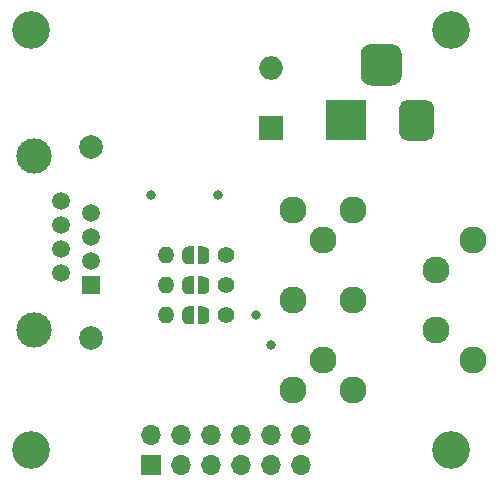
<source format=gbs>
G04 #@! TF.GenerationSoftware,KiCad,Pcbnew,(5.1.8)-1*
G04 #@! TF.CreationDate,2022-12-13T18:59:25+09:00*
G04 #@! TF.ProjectId,DIN8RJ45,44494e38-524a-4343-952e-6b696361645f,rev?*
G04 #@! TF.SameCoordinates,PX9157080PY791ddc0*
G04 #@! TF.FileFunction,Soldermask,Bot*
G04 #@! TF.FilePolarity,Negative*
%FSLAX46Y46*%
G04 Gerber Fmt 4.6, Leading zero omitted, Abs format (unit mm)*
G04 Created by KiCad (PCBNEW (5.1.8)-1) date 2022-12-13 18:59:25*
%MOMM*%
%LPD*%
G01*
G04 APERTURE LIST*
%ADD10C,2.000000*%
%ADD11C,1.500000*%
%ADD12R,1.500000X1.500000*%
%ADD13C,3.000000*%
%ADD14C,2.283000*%
%ADD15C,0.100000*%
%ADD16O,1.400000X1.400000*%
%ADD17C,1.400000*%
%ADD18O,2.000000X2.000000*%
%ADD19R,2.000000X2.000000*%
%ADD20O,1.700000X1.700000*%
%ADD21R,1.700000X1.700000*%
%ADD22C,3.200000*%
%ADD23R,3.500000X3.500000*%
%ADD24C,0.800000*%
G04 APERTURE END LIST*
D10*
X10160000Y30734000D03*
X10160000Y14605000D03*
D11*
X7620000Y26162000D03*
X7620000Y20066000D03*
X10160000Y21082000D03*
X7620000Y22098000D03*
X10160000Y23114000D03*
X7620000Y24130000D03*
X10160000Y25146000D03*
D12*
X10160000Y19050000D03*
D13*
X5334000Y29972000D03*
X5334000Y15240000D03*
D14*
X39370000Y20320000D03*
X39370000Y15240000D03*
X42545000Y22860000D03*
X42545000Y12700000D03*
X27305000Y17780000D03*
X27305000Y10160000D03*
X27305000Y25400000D03*
X29845000Y12700000D03*
X29845000Y22860000D03*
X32385000Y10160000D03*
X32385000Y25400000D03*
X32385000Y17780000D03*
D15*
G36*
X19700000Y19799398D02*
G01*
X19724534Y19799398D01*
X19773365Y19794588D01*
X19821490Y19785016D01*
X19868445Y19770772D01*
X19913778Y19751995D01*
X19957051Y19728864D01*
X19997850Y19701604D01*
X20035779Y19670476D01*
X20070476Y19635779D01*
X20101604Y19597850D01*
X20128864Y19557051D01*
X20151995Y19513778D01*
X20170772Y19468445D01*
X20185016Y19421490D01*
X20194588Y19373365D01*
X20199398Y19324534D01*
X20199398Y19300000D01*
X20200000Y19300000D01*
X20200000Y18800000D01*
X20199398Y18800000D01*
X20199398Y18775466D01*
X20194588Y18726635D01*
X20185016Y18678510D01*
X20170772Y18631555D01*
X20151995Y18586222D01*
X20128864Y18542949D01*
X20101604Y18502150D01*
X20070476Y18464221D01*
X20035779Y18429524D01*
X19997850Y18398396D01*
X19957051Y18371136D01*
X19913778Y18348005D01*
X19868445Y18329228D01*
X19821490Y18314984D01*
X19773365Y18305412D01*
X19724534Y18300602D01*
X19700000Y18300602D01*
X19700000Y18300000D01*
X19200000Y18300000D01*
X19200000Y19800000D01*
X19700000Y19800000D01*
X19700000Y19799398D01*
G37*
G36*
X18900000Y18300000D02*
G01*
X18400000Y18300000D01*
X18400000Y18300602D01*
X18375466Y18300602D01*
X18326635Y18305412D01*
X18278510Y18314984D01*
X18231555Y18329228D01*
X18186222Y18348005D01*
X18142949Y18371136D01*
X18102150Y18398396D01*
X18064221Y18429524D01*
X18029524Y18464221D01*
X17998396Y18502150D01*
X17971136Y18542949D01*
X17948005Y18586222D01*
X17929228Y18631555D01*
X17914984Y18678510D01*
X17905412Y18726635D01*
X17900602Y18775466D01*
X17900602Y18800000D01*
X17900000Y18800000D01*
X17900000Y19300000D01*
X17900602Y19300000D01*
X17900602Y19324534D01*
X17905412Y19373365D01*
X17914984Y19421490D01*
X17929228Y19468445D01*
X17948005Y19513778D01*
X17971136Y19557051D01*
X17998396Y19597850D01*
X18029524Y19635779D01*
X18064221Y19670476D01*
X18102150Y19701604D01*
X18142949Y19728864D01*
X18186222Y19751995D01*
X18231555Y19770772D01*
X18278510Y19785016D01*
X18326635Y19794588D01*
X18375466Y19799398D01*
X18400000Y19799398D01*
X18400000Y19800000D01*
X18900000Y19800000D01*
X18900000Y18300000D01*
G37*
G36*
X19700000Y17259398D02*
G01*
X19724534Y17259398D01*
X19773365Y17254588D01*
X19821490Y17245016D01*
X19868445Y17230772D01*
X19913778Y17211995D01*
X19957051Y17188864D01*
X19997850Y17161604D01*
X20035779Y17130476D01*
X20070476Y17095779D01*
X20101604Y17057850D01*
X20128864Y17017051D01*
X20151995Y16973778D01*
X20170772Y16928445D01*
X20185016Y16881490D01*
X20194588Y16833365D01*
X20199398Y16784534D01*
X20199398Y16760000D01*
X20200000Y16760000D01*
X20200000Y16260000D01*
X20199398Y16260000D01*
X20199398Y16235466D01*
X20194588Y16186635D01*
X20185016Y16138510D01*
X20170772Y16091555D01*
X20151995Y16046222D01*
X20128864Y16002949D01*
X20101604Y15962150D01*
X20070476Y15924221D01*
X20035779Y15889524D01*
X19997850Y15858396D01*
X19957051Y15831136D01*
X19913778Y15808005D01*
X19868445Y15789228D01*
X19821490Y15774984D01*
X19773365Y15765412D01*
X19724534Y15760602D01*
X19700000Y15760602D01*
X19700000Y15760000D01*
X19200000Y15760000D01*
X19200000Y17260000D01*
X19700000Y17260000D01*
X19700000Y17259398D01*
G37*
G36*
X18900000Y15760000D02*
G01*
X18400000Y15760000D01*
X18400000Y15760602D01*
X18375466Y15760602D01*
X18326635Y15765412D01*
X18278510Y15774984D01*
X18231555Y15789228D01*
X18186222Y15808005D01*
X18142949Y15831136D01*
X18102150Y15858396D01*
X18064221Y15889524D01*
X18029524Y15924221D01*
X17998396Y15962150D01*
X17971136Y16002949D01*
X17948005Y16046222D01*
X17929228Y16091555D01*
X17914984Y16138510D01*
X17905412Y16186635D01*
X17900602Y16235466D01*
X17900602Y16260000D01*
X17900000Y16260000D01*
X17900000Y16760000D01*
X17900602Y16760000D01*
X17900602Y16784534D01*
X17905412Y16833365D01*
X17914984Y16881490D01*
X17929228Y16928445D01*
X17948005Y16973778D01*
X17971136Y17017051D01*
X17998396Y17057850D01*
X18029524Y17095779D01*
X18064221Y17130476D01*
X18102150Y17161604D01*
X18142949Y17188864D01*
X18186222Y17211995D01*
X18231555Y17230772D01*
X18278510Y17245016D01*
X18326635Y17254588D01*
X18375466Y17259398D01*
X18400000Y17259398D01*
X18400000Y17260000D01*
X18900000Y17260000D01*
X18900000Y15760000D01*
G37*
D16*
X16510000Y21590000D03*
D17*
X21590000Y21590000D03*
D16*
X16510000Y19050000D03*
D17*
X21590000Y19050000D03*
D16*
X16510000Y16510000D03*
D17*
X21590000Y16510000D03*
D15*
G36*
X19700000Y22339398D02*
G01*
X19724534Y22339398D01*
X19773365Y22334588D01*
X19821490Y22325016D01*
X19868445Y22310772D01*
X19913778Y22291995D01*
X19957051Y22268864D01*
X19997850Y22241604D01*
X20035779Y22210476D01*
X20070476Y22175779D01*
X20101604Y22137850D01*
X20128864Y22097051D01*
X20151995Y22053778D01*
X20170772Y22008445D01*
X20185016Y21961490D01*
X20194588Y21913365D01*
X20199398Y21864534D01*
X20199398Y21840000D01*
X20200000Y21840000D01*
X20200000Y21340000D01*
X20199398Y21340000D01*
X20199398Y21315466D01*
X20194588Y21266635D01*
X20185016Y21218510D01*
X20170772Y21171555D01*
X20151995Y21126222D01*
X20128864Y21082949D01*
X20101604Y21042150D01*
X20070476Y21004221D01*
X20035779Y20969524D01*
X19997850Y20938396D01*
X19957051Y20911136D01*
X19913778Y20888005D01*
X19868445Y20869228D01*
X19821490Y20854984D01*
X19773365Y20845412D01*
X19724534Y20840602D01*
X19700000Y20840602D01*
X19700000Y20840000D01*
X19200000Y20840000D01*
X19200000Y22340000D01*
X19700000Y22340000D01*
X19700000Y22339398D01*
G37*
G36*
X18900000Y20840000D02*
G01*
X18400000Y20840000D01*
X18400000Y20840602D01*
X18375466Y20840602D01*
X18326635Y20845412D01*
X18278510Y20854984D01*
X18231555Y20869228D01*
X18186222Y20888005D01*
X18142949Y20911136D01*
X18102150Y20938396D01*
X18064221Y20969524D01*
X18029524Y21004221D01*
X17998396Y21042150D01*
X17971136Y21082949D01*
X17948005Y21126222D01*
X17929228Y21171555D01*
X17914984Y21218510D01*
X17905412Y21266635D01*
X17900602Y21315466D01*
X17900602Y21340000D01*
X17900000Y21340000D01*
X17900000Y21840000D01*
X17900602Y21840000D01*
X17900602Y21864534D01*
X17905412Y21913365D01*
X17914984Y21961490D01*
X17929228Y22008445D01*
X17948005Y22053778D01*
X17971136Y22097051D01*
X17998396Y22137850D01*
X18029524Y22175779D01*
X18064221Y22210476D01*
X18102150Y22241604D01*
X18142949Y22268864D01*
X18186222Y22291995D01*
X18231555Y22310772D01*
X18278510Y22325016D01*
X18326635Y22334588D01*
X18375466Y22339398D01*
X18400000Y22339398D01*
X18400000Y22340000D01*
X18900000Y22340000D01*
X18900000Y20840000D01*
G37*
D18*
X25400000Y37465000D03*
D19*
X25400000Y32385000D03*
D20*
X27940000Y6350000D03*
X27940000Y3810000D03*
X25400000Y6350000D03*
X25400000Y3810000D03*
X22860000Y6350000D03*
X22860000Y3810000D03*
X20320000Y6350000D03*
X20320000Y3810000D03*
X17780000Y6350000D03*
X17780000Y3810000D03*
X15240000Y6350000D03*
D21*
X15240000Y3810000D03*
D22*
X40640000Y40640000D03*
X5080000Y40640000D03*
X40640000Y5080000D03*
X5080000Y5080000D03*
D23*
X31750000Y33020000D03*
G36*
G01*
X39250000Y34020000D02*
X39250000Y32020000D01*
G75*
G02*
X38500000Y31270000I-750000J0D01*
G01*
X37000000Y31270000D01*
G75*
G02*
X36250000Y32020000I0J750000D01*
G01*
X36250000Y34020000D01*
G75*
G02*
X37000000Y34770000I750000J0D01*
G01*
X38500000Y34770000D01*
G75*
G02*
X39250000Y34020000I0J-750000D01*
G01*
G37*
G36*
G01*
X36500000Y38595000D02*
X36500000Y36845000D01*
G75*
G02*
X35625000Y35970000I-875000J0D01*
G01*
X33875000Y35970000D01*
G75*
G02*
X33000000Y36845000I0J875000D01*
G01*
X33000000Y38595000D01*
G75*
G02*
X33875000Y39470000I875000J0D01*
G01*
X35625000Y39470000D01*
G75*
G02*
X36500000Y38595000I0J-875000D01*
G01*
G37*
D24*
X20955000Y26670000D03*
X15240000Y26670000D03*
X24130000Y16510000D03*
X25400000Y13970000D03*
M02*

</source>
